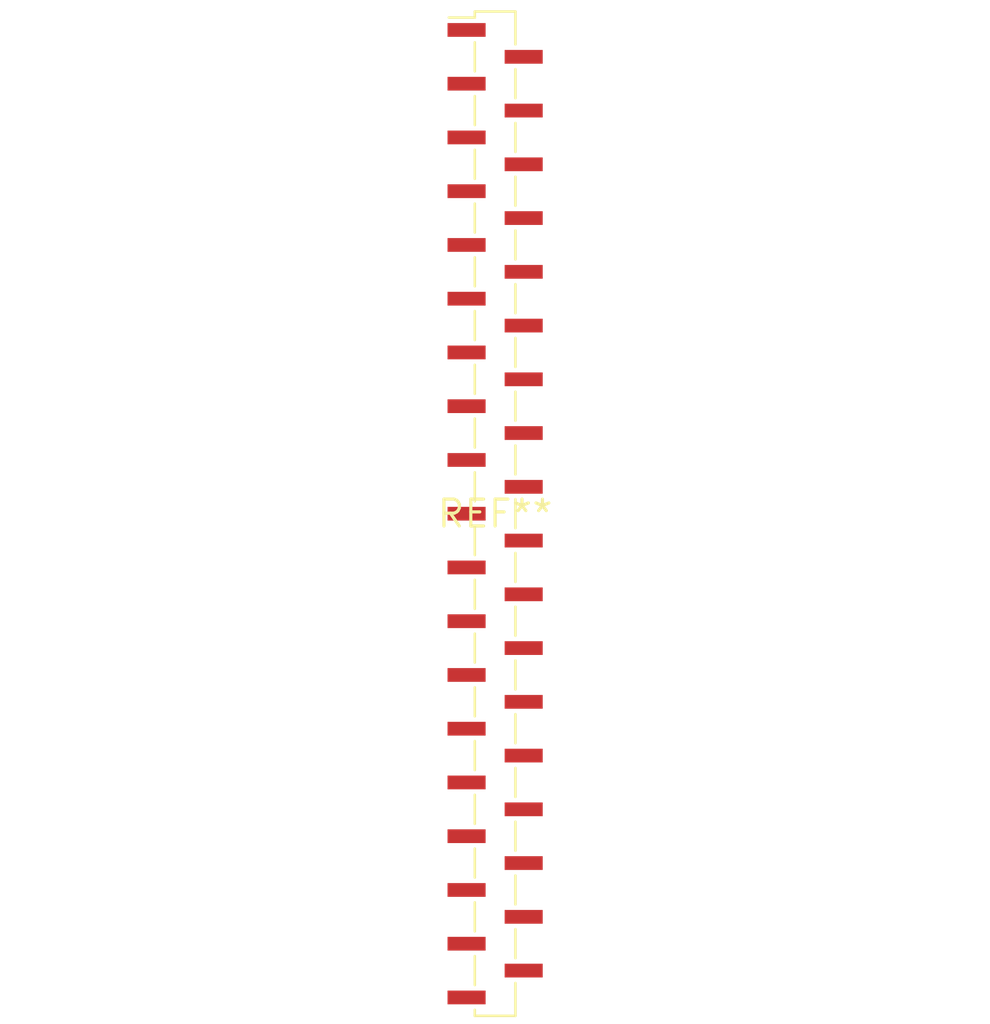
<source format=kicad_pcb>
(kicad_pcb (version 20240108) (generator pcbnew)
  (layers (0 "F.Cu" signal) (31 "B.Cu" signal) (34 "B.Paste" user) (35 "F.Paste" user) (36 "B.SilkS" user "B.Silkscreen") (37 "F.SilkS" user "F.Silkscreen") (38 "B.Mask" user) (39 "F.Mask" user) (44 "Edge.Cuts" user))
  (net 0 "")
  (footprint "PinSocket_1x37_P1.27mm_Vertical_SMD_Pin1Left" (layer "F.Cu") (at 0 0)
    (property "Reference" "REF**")
    (property "Value" "PinSocket_1x37_P1.27mm_Vertical_SMD_Pin1Left")
    (fp_line (start -2.19 -23.445) (end -0.96 -23.445) (layer "F.SilkS") (stroke (width 0.12)))
    (fp_line (start -0.96 -23.73) (end -0.96 -23.445) (layer "F.SilkS") (stroke (width 0.12)))
    (fp_line (start -0.96 -23.73) (end 0.96 -23.73) (layer "F.SilkS") (stroke (width 0.12)))
    (fp_line (start -0.96 -22.275) (end -0.96 -20.905) (layer "F.SilkS") (stroke (width 0.12)))
    (fp_line (start -0.96 -19.735) (end -0.96 -18.365) (layer "F.SilkS") (stroke (width 0.12)))
    (fp_line (start -0.96 -17.195) (end -0.96 -15.825) (layer "F.SilkS") (stroke (width 0.12)))
    (fp_line (start -0.96 -14.655) (end -0.96 -13.285) (layer "F.SilkS") (stroke (width 0.12)))
    (fp_line (start -0.96 -12.115) (end -0.96 -10.745) (layer "F.SilkS") (stroke (width 0.12)))
    (fp_line (start -0.96 -9.575) (end -0.96 -8.205) (layer "F.SilkS") (stroke (width 0.12)))
    (fp_line (start -0.96 -7.035) (end -0.96 -5.665) (layer "F.SilkS") (stroke (width 0.12)))
    (fp_line (start -0.96 -4.495) (end -0.96 -3.125) (layer "F.SilkS") (stroke (width 0.12)))
    (fp_line (start -0.96 -1.955) (end -0.96 -0.585) (layer "F.SilkS") (stroke (width 0.12)))
    (fp_line (start -0.96 0.585) (end -0.96 1.955) (layer "F.SilkS") (stroke (width 0.12)))
    (fp_line (start -0.96 3.125) (end -0.96 4.495) (layer "F.SilkS") (stroke (width 0.12)))
    (fp_line (start -0.96 5.665) (end -0.96 7.035) (layer "F.SilkS") (stroke (width 0.12)))
    (fp_line (start -0.96 8.205) (end -0.96 9.575) (layer "F.SilkS") (stroke (width 0.12)))
    (fp_line (start -0.96 10.745) (end -0.96 12.115) (layer "F.SilkS") (stroke (width 0.12)))
    (fp_line (start -0.96 13.285) (end -0.96 14.655) (layer "F.SilkS") (stroke (width 0.12)))
    (fp_line (start -0.96 15.825) (end -0.96 17.195) (layer "F.SilkS") (stroke (width 0.12)))
    (fp_line (start -0.96 18.365) (end -0.96 19.735) (layer "F.SilkS") (stroke (width 0.12)))
    (fp_line (start -0.96 20.905) (end -0.96 22.275) (layer "F.SilkS") (stroke (width 0.12)))
    (fp_line (start -0.96 23.445) (end -0.96 23.73) (layer "F.SilkS") (stroke (width 0.12)))
    (fp_line (start -0.96 23.73) (end 0.96 23.73) (layer "F.SilkS") (stroke (width 0.12)))
    (fp_line (start 0.96 -23.73) (end 0.96 -22.175) (layer "F.SilkS") (stroke (width 0.12)))
    (fp_line (start 0.96 -21.005) (end 0.96 -19.635) (layer "F.SilkS") (stroke (width 0.12)))
    (fp_line (start 0.96 -18.465) (end 0.96 -17.095) (layer "F.SilkS") (stroke (width 0.12)))
    (fp_line (start 0.96 -15.925) (end 0.96 -14.555) (layer "F.SilkS") (stroke (width 0.12)))
    (fp_line (start 0.96 -13.385) (end 0.96 -12.015) (layer "F.SilkS") (stroke (width 0.12)))
    (fp_line (start 0.96 -10.845) (end 0.96 -9.475) (layer "F.SilkS") (stroke (width 0.12)))
    (fp_line (start 0.96 -8.305) (end 0.96 -6.935) (layer "F.SilkS") (stroke (width 0.12)))
    (fp_line (start 0.96 -5.765) (end 0.96 -4.395) (layer "F.SilkS") (stroke (width 0.12)))
    (fp_line (start 0.96 -3.225) (end 0.96 -1.855) (layer "F.SilkS") (stroke (width 0.12)))
    (fp_line (start 0.96 -0.685) (end 0.96 0.685) (layer "F.SilkS") (stroke (width 0.12)))
    (fp_line (start 0.96 1.855) (end 0.96 3.225) (layer "F.SilkS") (stroke (width 0.12)))
    (fp_line (start 0.96 4.395) (end 0.96 5.765) (layer "F.SilkS") (stroke (width 0.12)))
    (fp_line (start 0.96 6.935) (end 0.96 8.305) (layer "F.SilkS") (stroke (width 0.12)))
    (fp_line (start 0.96 9.475) (end 0.96 10.845) (layer "F.SilkS") (stroke (width 0.12)))
    (fp_line (start 0.96 12.015) (end 0.96 13.385) (layer "F.SilkS") (stroke (width 0.12)))
    (fp_line (start 0.96 14.555) (end 0.96 15.925) (layer "F.SilkS") (stroke (width 0.12)))
    (fp_line (start 0.96 17.095) (end 0.96 18.465) (layer "F.SilkS") (stroke (width 0.12)))
    (fp_line (start 0.96 19.635) (end 0.96 21.005) (layer "F.SilkS") (stroke (width 0.12)))
    (fp_line (start 0.96 22.175) (end 0.96 23.73) (layer "F.SilkS") (stroke (width 0.12)))
    (pad "1" smd rect (at -1.35 -22.86) (size 1.8 0.65) (layers "F.Cu" "F.Paste" "F.Mask"))
    (pad "2" smd rect (at 1.35 -21.59) (size 1.8 0.65) (layers "F.Cu" "F.Paste" "F.Mask"))
    (pad "3" smd rect (at -1.35 -20.32) (size 1.8 0.65) (layers "F.Cu" "F.Paste" "F.Mask"))
    (pad "4" smd rect (at 1.35 -19.05) (size 1.8 0.65) (layers "F.Cu" "F.Paste" "F.Mask"))
    (pad "5" smd rect (at -1.35 -17.78) (size 1.8 0.65) (layers "F.Cu" "F.Paste" "F.Mask"))
    (pad "6" smd rect (at 1.35 -16.51) (size 1.8 0.65) (layers "F.Cu" "F.Paste" "F.Mask"))
    (pad "7" smd rect (at -1.35 -15.24) (size 1.8 0.65) (layers "F.Cu" "F.Paste" "F.Mask"))
    (pad "8" smd rect (at 1.35 -13.97) (size 1.8 0.65) (layers "F.Cu" "F.Paste" "F.Mask"))
    (pad "9" smd rect (at -1.35 -12.7) (size 1.8 0.65) (layers "F.Cu" "F.Paste" "F.Mask"))
    (pad "10" smd rect (at 1.35 -11.43) (size 1.8 0.65) (layers "F.Cu" "F.Paste" "F.Mask"))
    (pad "11" smd rect (at -1.35 -10.16) (size 1.8 0.65) (layers "F.Cu" "F.Paste" "F.Mask"))
    (pad "12" smd rect (at 1.35 -8.89) (size 1.8 0.65) (layers "F.Cu" "F.Paste" "F.Mask"))
    (pad "13" smd rect (at -1.35 -7.62) (size 1.8 0.65) (layers "F.Cu" "F.Paste" "F.Mask"))
    (pad "14" smd rect (at 1.35 -6.35) (size 1.8 0.65) (layers "F.Cu" "F.Paste" "F.Mask"))
    (pad "15" smd rect (at -1.35 -5.08) (size 1.8 0.65) (layers "F.Cu" "F.Paste" "F.Mask"))
    (pad "16" smd rect (at 1.35 -3.81) (size 1.8 0.65) (layers "F.Cu" "F.Paste" "F.Mask"))
    (pad "17" smd rect (at -1.35 -2.54) (size 1.8 0.65) (layers "F.Cu" "F.Paste" "F.Mask"))
    (pad "18" smd rect (at 1.35 -1.27) (size 1.8 0.65) (layers "F.Cu" "F.Paste" "F.Mask"))
    (pad "19" smd rect (at -1.35 0) (size 1.8 0.65) (layers "F.Cu" "F.Paste" "F.Mask"))
    (pad "20" smd rect (at 1.35 1.27) (size 1.8 0.65) (layers "F.Cu" "F.Paste" "F.Mask"))
    (pad "21" smd rect (at -1.35 2.54) (size 1.8 0.65) (layers "F.Cu" "F.Paste" "F.Mask"))
    (pad "22" smd rect (at 1.35 3.81) (size 1.8 0.65) (layers "F.Cu" "F.Paste" "F.Mask"))
    (pad "23" smd rect (at -1.35 5.08) (size 1.8 0.65) (layers "F.Cu" "F.Paste" "F.Mask"))
    (pad "24" smd rect (at 1.35 6.35) (size 1.8 0.65) (layers "F.Cu" "F.Paste" "F.Mask"))
    (pad "25" smd rect (at -1.35 7.62) (size 1.8 0.65) (layers "F.Cu" "F.Paste" "F.Mask"))
    (pad "26" smd rect (at 1.35 8.89) (size 1.8 0.65) (layers "F.Cu" "F.Paste" "F.Mask"))
    (pad "27" smd rect (at -1.35 10.16) (size 1.8 0.65) (layers "F.Cu" "F.Paste" "F.Mask"))
    (pad "28" smd rect (at 1.35 11.43) (size 1.8 0.65) (layers "F.Cu" "F.Paste" "F.Mask"))
    (pad "29" smd rect (at -1.35 12.7) (size 1.8 0.65) (layers "F.Cu" "F.Paste" "F.Mask"))
    (pad "30" smd rect (at 1.35 13.97) (size 1.8 0.65) (layers "F.Cu" "F.Paste" "F.Mask"))
    (pad "31" smd rect (at -1.35 15.24) (size 1.8 0.65) (layers "F.Cu" "F.Paste" "F.Mask"))
    (pad "32" smd rect (at 1.35 16.51) (size 1.8 0.65) (layers "F.Cu" "F.Paste" "F.Mask"))
    (pad "33" smd rect (at -1.35 17.78) (size 1.8 0.65) (layers "F.Cu" "F.Paste" "F.Mask"))
    (pad "34" smd rect (at 1.35 19.05) (size 1.8 0.65) (layers "F.Cu" "F.Paste" "F.Mask"))
    (pad "35" smd rect (at -1.35 20.32) (size 1.8 0.65) (layers "F.Cu" "F.Paste" "F.Mask"))
    (pad "36" smd rect (at 1.35 21.59) (size 1.8 0.65) (layers "F.Cu" "F.Paste" "F.Mask"))
    (pad "37" smd rect (at -1.35 22.86) (size 1.8 0.65) (layers "F.Cu" "F.Paste" "F.Mask"))
  )
)
</source>
